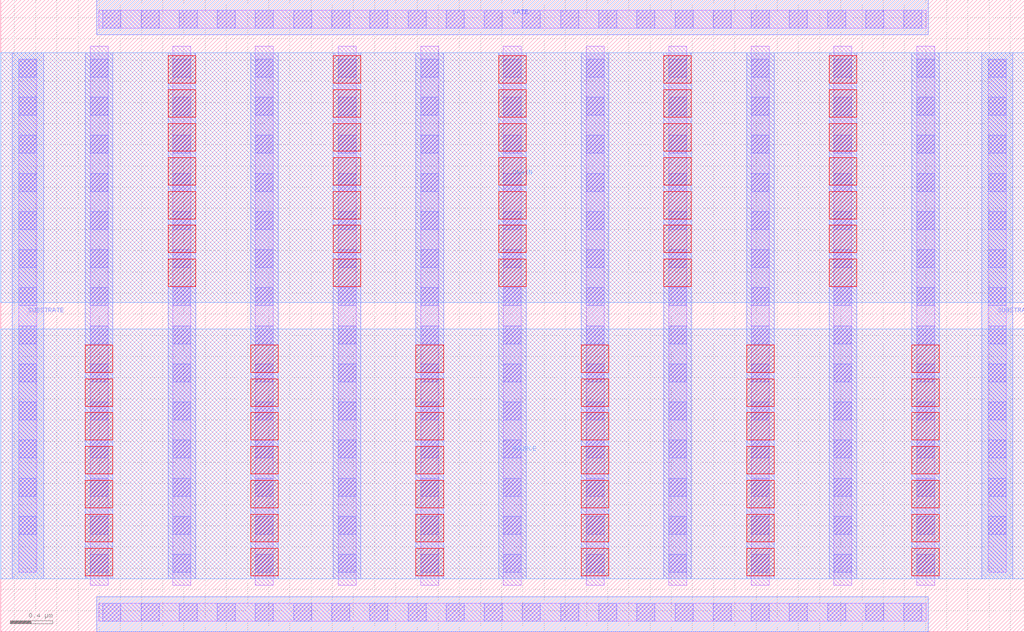
<source format=lef>
# Copyright 2020 The SkyWater PDK Authors
#
# Licensed under the Apache License, Version 2.0 (the "License");
# you may not use this file except in compliance with the License.
# You may obtain a copy of the License at
#
#     https://www.apache.org/licenses/LICENSE-2.0
#
# Unless required by applicable law or agreed to in writing, software
# distributed under the License is distributed on an "AS IS" BASIS,
# WITHOUT WARRANTIES OR CONDITIONS OF ANY KIND, either express or implied.
# See the License for the specific language governing permissions and
# limitations under the License.
#
# SPDX-License-Identifier: Apache-2.0

VERSION 5.7 ;
  NOWIREEXTENSIONATPIN ON ;
  DIVIDERCHAR "/" ;
  BUSBITCHARS "[]" ;
MACRO sky130_fd_pr__rf_nfet_g5v0d10v5_aM10W5p00L0p50
  CLASS BLOCK ;
  FOREIGN sky130_fd_pr__rf_nfet_g5v0d10v5_aM10W5p00L0p50 ;
  ORIGIN -0.070000  0.000000 ;
  SIZE  9.660000 BY  5.970000 ;
  PIN DRAIN
    ANTENNADIFFAREA  7.070000 ;
    PORT
      LAYER met2 ;
        RECT 0.070000 3.110000 9.730000 5.470000 ;
    END
  END DRAIN
  PIN GATE
    ANTENNAGATEAREA  25.25000 ;
    PORT
      LAYER met1 ;
        RECT 0.975000 0.000000 8.825000 0.330000 ;
        RECT 0.975000 5.640000 8.825000 5.970000 ;
    END
  END GATE
  PIN SOURCE
    ANTENNADIFFAREA  8.484000 ;
    PORT
      LAYER met2 ;
        RECT 0.070000 0.500000 9.730000 2.860000 ;
    END
  END SOURCE
  PIN SUBSTRATE
    ANTENNADIFFAREA  1.464500 ;
    PORT
      LAYER met1 ;
        RECT 0.180000 0.500000 0.475000 5.470000 ;
    END
    PORT
      LAYER met1 ;
        RECT 9.330000 0.500000 9.625000 5.470000 ;
    END
  END SUBSTRATE
  OBS
    LAYER li1 ;
      RECT 0.240000 0.560000 0.410000 5.410000 ;
      RECT 0.915000 0.440000 1.085000 5.530000 ;
      RECT 0.995000 0.100000 8.805000 0.270000 ;
      RECT 0.995000 5.700000 8.805000 5.870000 ;
      RECT 1.695000 0.440000 1.865000 5.530000 ;
      RECT 2.475000 0.440000 2.645000 5.530000 ;
      RECT 3.255000 0.440000 3.425000 5.530000 ;
      RECT 4.035000 0.440000 4.205000 5.530000 ;
      RECT 4.815000 0.440000 4.985000 5.530000 ;
      RECT 5.595000 0.440000 5.765000 5.530000 ;
      RECT 6.375000 0.440000 6.545000 5.530000 ;
      RECT 7.155000 0.440000 7.325000 5.530000 ;
      RECT 7.935000 0.440000 8.105000 5.530000 ;
      RECT 8.715000 0.440000 8.885000 5.530000 ;
      RECT 9.390000 0.560000 9.560000 5.410000 ;
    LAYER mcon ;
      RECT 0.240000 0.920000 0.410000 1.090000 ;
      RECT 0.240000 1.280000 0.410000 1.450000 ;
      RECT 0.240000 1.640000 0.410000 1.810000 ;
      RECT 0.240000 2.000000 0.410000 2.170000 ;
      RECT 0.240000 2.360000 0.410000 2.530000 ;
      RECT 0.240000 2.720000 0.410000 2.890000 ;
      RECT 0.240000 3.080000 0.410000 3.250000 ;
      RECT 0.240000 3.440000 0.410000 3.610000 ;
      RECT 0.240000 3.800000 0.410000 3.970000 ;
      RECT 0.240000 4.160000 0.410000 4.330000 ;
      RECT 0.240000 4.520000 0.410000 4.690000 ;
      RECT 0.240000 4.880000 0.410000 5.050000 ;
      RECT 0.240000 5.240000 0.410000 5.410000 ;
      RECT 0.915000 0.560000 1.085000 0.730000 ;
      RECT 0.915000 0.920000 1.085000 1.090000 ;
      RECT 0.915000 1.280000 1.085000 1.450000 ;
      RECT 0.915000 1.640000 1.085000 1.810000 ;
      RECT 0.915000 2.000000 1.085000 2.170000 ;
      RECT 0.915000 2.360000 1.085000 2.530000 ;
      RECT 0.915000 2.720000 1.085000 2.890000 ;
      RECT 0.915000 3.080000 1.085000 3.250000 ;
      RECT 0.915000 3.440000 1.085000 3.610000 ;
      RECT 0.915000 3.800000 1.085000 3.970000 ;
      RECT 0.915000 4.160000 1.085000 4.330000 ;
      RECT 0.915000 4.520000 1.085000 4.690000 ;
      RECT 0.915000 4.880000 1.085000 5.050000 ;
      RECT 0.915000 5.240000 1.085000 5.410000 ;
      RECT 1.035000 0.100000 1.205000 0.270000 ;
      RECT 1.035000 5.700000 1.205000 5.870000 ;
      RECT 1.395000 0.100000 1.565000 0.270000 ;
      RECT 1.395000 5.700000 1.565000 5.870000 ;
      RECT 1.695000 0.560000 1.865000 0.730000 ;
      RECT 1.695000 0.920000 1.865000 1.090000 ;
      RECT 1.695000 1.280000 1.865000 1.450000 ;
      RECT 1.695000 1.640000 1.865000 1.810000 ;
      RECT 1.695000 2.000000 1.865000 2.170000 ;
      RECT 1.695000 2.360000 1.865000 2.530000 ;
      RECT 1.695000 2.720000 1.865000 2.890000 ;
      RECT 1.695000 3.080000 1.865000 3.250000 ;
      RECT 1.695000 3.440000 1.865000 3.610000 ;
      RECT 1.695000 3.800000 1.865000 3.970000 ;
      RECT 1.695000 4.160000 1.865000 4.330000 ;
      RECT 1.695000 4.520000 1.865000 4.690000 ;
      RECT 1.695000 4.880000 1.865000 5.050000 ;
      RECT 1.695000 5.240000 1.865000 5.410000 ;
      RECT 1.755000 0.100000 1.925000 0.270000 ;
      RECT 1.755000 5.700000 1.925000 5.870000 ;
      RECT 2.115000 0.100000 2.285000 0.270000 ;
      RECT 2.115000 5.700000 2.285000 5.870000 ;
      RECT 2.475000 0.100000 2.645000 0.270000 ;
      RECT 2.475000 0.560000 2.645000 0.730000 ;
      RECT 2.475000 0.920000 2.645000 1.090000 ;
      RECT 2.475000 1.280000 2.645000 1.450000 ;
      RECT 2.475000 1.640000 2.645000 1.810000 ;
      RECT 2.475000 2.000000 2.645000 2.170000 ;
      RECT 2.475000 2.360000 2.645000 2.530000 ;
      RECT 2.475000 2.720000 2.645000 2.890000 ;
      RECT 2.475000 3.080000 2.645000 3.250000 ;
      RECT 2.475000 3.440000 2.645000 3.610000 ;
      RECT 2.475000 3.800000 2.645000 3.970000 ;
      RECT 2.475000 4.160000 2.645000 4.330000 ;
      RECT 2.475000 4.520000 2.645000 4.690000 ;
      RECT 2.475000 4.880000 2.645000 5.050000 ;
      RECT 2.475000 5.240000 2.645000 5.410000 ;
      RECT 2.475000 5.700000 2.645000 5.870000 ;
      RECT 2.835000 0.100000 3.005000 0.270000 ;
      RECT 2.835000 5.700000 3.005000 5.870000 ;
      RECT 3.195000 0.100000 3.365000 0.270000 ;
      RECT 3.195000 5.700000 3.365000 5.870000 ;
      RECT 3.255000 0.560000 3.425000 0.730000 ;
      RECT 3.255000 0.920000 3.425000 1.090000 ;
      RECT 3.255000 1.280000 3.425000 1.450000 ;
      RECT 3.255000 1.640000 3.425000 1.810000 ;
      RECT 3.255000 2.000000 3.425000 2.170000 ;
      RECT 3.255000 2.360000 3.425000 2.530000 ;
      RECT 3.255000 2.720000 3.425000 2.890000 ;
      RECT 3.255000 3.080000 3.425000 3.250000 ;
      RECT 3.255000 3.440000 3.425000 3.610000 ;
      RECT 3.255000 3.800000 3.425000 3.970000 ;
      RECT 3.255000 4.160000 3.425000 4.330000 ;
      RECT 3.255000 4.520000 3.425000 4.690000 ;
      RECT 3.255000 4.880000 3.425000 5.050000 ;
      RECT 3.255000 5.240000 3.425000 5.410000 ;
      RECT 3.555000 0.100000 3.725000 0.270000 ;
      RECT 3.555000 5.700000 3.725000 5.870000 ;
      RECT 3.915000 0.100000 4.085000 0.270000 ;
      RECT 3.915000 5.700000 4.085000 5.870000 ;
      RECT 4.035000 0.560000 4.205000 0.730000 ;
      RECT 4.035000 0.920000 4.205000 1.090000 ;
      RECT 4.035000 1.280000 4.205000 1.450000 ;
      RECT 4.035000 1.640000 4.205000 1.810000 ;
      RECT 4.035000 2.000000 4.205000 2.170000 ;
      RECT 4.035000 2.360000 4.205000 2.530000 ;
      RECT 4.035000 2.720000 4.205000 2.890000 ;
      RECT 4.035000 3.080000 4.205000 3.250000 ;
      RECT 4.035000 3.440000 4.205000 3.610000 ;
      RECT 4.035000 3.800000 4.205000 3.970000 ;
      RECT 4.035000 4.160000 4.205000 4.330000 ;
      RECT 4.035000 4.520000 4.205000 4.690000 ;
      RECT 4.035000 4.880000 4.205000 5.050000 ;
      RECT 4.035000 5.240000 4.205000 5.410000 ;
      RECT 4.275000 0.100000 4.445000 0.270000 ;
      RECT 4.275000 5.700000 4.445000 5.870000 ;
      RECT 4.635000 0.100000 4.805000 0.270000 ;
      RECT 4.635000 5.700000 4.805000 5.870000 ;
      RECT 4.815000 0.560000 4.985000 0.730000 ;
      RECT 4.815000 0.920000 4.985000 1.090000 ;
      RECT 4.815000 1.280000 4.985000 1.450000 ;
      RECT 4.815000 1.640000 4.985000 1.810000 ;
      RECT 4.815000 2.000000 4.985000 2.170000 ;
      RECT 4.815000 2.360000 4.985000 2.530000 ;
      RECT 4.815000 2.720000 4.985000 2.890000 ;
      RECT 4.815000 3.080000 4.985000 3.250000 ;
      RECT 4.815000 3.440000 4.985000 3.610000 ;
      RECT 4.815000 3.800000 4.985000 3.970000 ;
      RECT 4.815000 4.160000 4.985000 4.330000 ;
      RECT 4.815000 4.520000 4.985000 4.690000 ;
      RECT 4.815000 4.880000 4.985000 5.050000 ;
      RECT 4.815000 5.240000 4.985000 5.410000 ;
      RECT 4.995000 0.100000 5.165000 0.270000 ;
      RECT 4.995000 5.700000 5.165000 5.870000 ;
      RECT 5.355000 0.100000 5.525000 0.270000 ;
      RECT 5.355000 5.700000 5.525000 5.870000 ;
      RECT 5.595000 0.560000 5.765000 0.730000 ;
      RECT 5.595000 0.920000 5.765000 1.090000 ;
      RECT 5.595000 1.280000 5.765000 1.450000 ;
      RECT 5.595000 1.640000 5.765000 1.810000 ;
      RECT 5.595000 2.000000 5.765000 2.170000 ;
      RECT 5.595000 2.360000 5.765000 2.530000 ;
      RECT 5.595000 2.720000 5.765000 2.890000 ;
      RECT 5.595000 3.080000 5.765000 3.250000 ;
      RECT 5.595000 3.440000 5.765000 3.610000 ;
      RECT 5.595000 3.800000 5.765000 3.970000 ;
      RECT 5.595000 4.160000 5.765000 4.330000 ;
      RECT 5.595000 4.520000 5.765000 4.690000 ;
      RECT 5.595000 4.880000 5.765000 5.050000 ;
      RECT 5.595000 5.240000 5.765000 5.410000 ;
      RECT 5.715000 0.100000 5.885000 0.270000 ;
      RECT 5.715000 5.700000 5.885000 5.870000 ;
      RECT 6.075000 0.100000 6.245000 0.270000 ;
      RECT 6.075000 5.700000 6.245000 5.870000 ;
      RECT 6.375000 0.560000 6.545000 0.730000 ;
      RECT 6.375000 0.920000 6.545000 1.090000 ;
      RECT 6.375000 1.280000 6.545000 1.450000 ;
      RECT 6.375000 1.640000 6.545000 1.810000 ;
      RECT 6.375000 2.000000 6.545000 2.170000 ;
      RECT 6.375000 2.360000 6.545000 2.530000 ;
      RECT 6.375000 2.720000 6.545000 2.890000 ;
      RECT 6.375000 3.080000 6.545000 3.250000 ;
      RECT 6.375000 3.440000 6.545000 3.610000 ;
      RECT 6.375000 3.800000 6.545000 3.970000 ;
      RECT 6.375000 4.160000 6.545000 4.330000 ;
      RECT 6.375000 4.520000 6.545000 4.690000 ;
      RECT 6.375000 4.880000 6.545000 5.050000 ;
      RECT 6.375000 5.240000 6.545000 5.410000 ;
      RECT 6.435000 0.100000 6.605000 0.270000 ;
      RECT 6.435000 5.700000 6.605000 5.870000 ;
      RECT 6.795000 0.100000 6.965000 0.270000 ;
      RECT 6.795000 5.700000 6.965000 5.870000 ;
      RECT 7.155000 0.100000 7.325000 0.270000 ;
      RECT 7.155000 0.560000 7.325000 0.730000 ;
      RECT 7.155000 0.920000 7.325000 1.090000 ;
      RECT 7.155000 1.280000 7.325000 1.450000 ;
      RECT 7.155000 1.640000 7.325000 1.810000 ;
      RECT 7.155000 2.000000 7.325000 2.170000 ;
      RECT 7.155000 2.360000 7.325000 2.530000 ;
      RECT 7.155000 2.720000 7.325000 2.890000 ;
      RECT 7.155000 3.080000 7.325000 3.250000 ;
      RECT 7.155000 3.440000 7.325000 3.610000 ;
      RECT 7.155000 3.800000 7.325000 3.970000 ;
      RECT 7.155000 4.160000 7.325000 4.330000 ;
      RECT 7.155000 4.520000 7.325000 4.690000 ;
      RECT 7.155000 4.880000 7.325000 5.050000 ;
      RECT 7.155000 5.240000 7.325000 5.410000 ;
      RECT 7.155000 5.700000 7.325000 5.870000 ;
      RECT 7.515000 0.100000 7.685000 0.270000 ;
      RECT 7.515000 5.700000 7.685000 5.870000 ;
      RECT 7.875000 0.100000 8.045000 0.270000 ;
      RECT 7.875000 5.700000 8.045000 5.870000 ;
      RECT 7.935000 0.560000 8.105000 0.730000 ;
      RECT 7.935000 0.920000 8.105000 1.090000 ;
      RECT 7.935000 1.280000 8.105000 1.450000 ;
      RECT 7.935000 1.640000 8.105000 1.810000 ;
      RECT 7.935000 2.000000 8.105000 2.170000 ;
      RECT 7.935000 2.360000 8.105000 2.530000 ;
      RECT 7.935000 2.720000 8.105000 2.890000 ;
      RECT 7.935000 3.080000 8.105000 3.250000 ;
      RECT 7.935000 3.440000 8.105000 3.610000 ;
      RECT 7.935000 3.800000 8.105000 3.970000 ;
      RECT 7.935000 4.160000 8.105000 4.330000 ;
      RECT 7.935000 4.520000 8.105000 4.690000 ;
      RECT 7.935000 4.880000 8.105000 5.050000 ;
      RECT 7.935000 5.240000 8.105000 5.410000 ;
      RECT 8.235000 0.100000 8.405000 0.270000 ;
      RECT 8.235000 5.700000 8.405000 5.870000 ;
      RECT 8.595000 0.100000 8.765000 0.270000 ;
      RECT 8.595000 5.700000 8.765000 5.870000 ;
      RECT 8.715000 0.560000 8.885000 0.730000 ;
      RECT 8.715000 0.920000 8.885000 1.090000 ;
      RECT 8.715000 1.280000 8.885000 1.450000 ;
      RECT 8.715000 1.640000 8.885000 1.810000 ;
      RECT 8.715000 2.000000 8.885000 2.170000 ;
      RECT 8.715000 2.360000 8.885000 2.530000 ;
      RECT 8.715000 2.720000 8.885000 2.890000 ;
      RECT 8.715000 3.080000 8.885000 3.250000 ;
      RECT 8.715000 3.440000 8.885000 3.610000 ;
      RECT 8.715000 3.800000 8.885000 3.970000 ;
      RECT 8.715000 4.160000 8.885000 4.330000 ;
      RECT 8.715000 4.520000 8.885000 4.690000 ;
      RECT 8.715000 4.880000 8.885000 5.050000 ;
      RECT 8.715000 5.240000 8.885000 5.410000 ;
      RECT 9.390000 0.920000 9.560000 1.090000 ;
      RECT 9.390000 1.280000 9.560000 1.450000 ;
      RECT 9.390000 1.640000 9.560000 1.810000 ;
      RECT 9.390000 2.000000 9.560000 2.170000 ;
      RECT 9.390000 2.360000 9.560000 2.530000 ;
      RECT 9.390000 2.720000 9.560000 2.890000 ;
      RECT 9.390000 3.080000 9.560000 3.250000 ;
      RECT 9.390000 3.440000 9.560000 3.610000 ;
      RECT 9.390000 3.800000 9.560000 3.970000 ;
      RECT 9.390000 4.160000 9.560000 4.330000 ;
      RECT 9.390000 4.520000 9.560000 4.690000 ;
      RECT 9.390000 4.880000 9.560000 5.050000 ;
      RECT 9.390000 5.240000 9.560000 5.410000 ;
    LAYER met1 ;
      RECT 0.870000 0.500000 1.130000 5.470000 ;
      RECT 1.650000 0.500000 1.910000 5.470000 ;
      RECT 2.430000 0.500000 2.690000 5.470000 ;
      RECT 3.210000 0.500000 3.470000 5.470000 ;
      RECT 3.990000 0.500000 4.250000 5.470000 ;
      RECT 4.770000 0.500000 5.030000 5.470000 ;
      RECT 5.550000 0.500000 5.810000 5.470000 ;
      RECT 6.330000 0.500000 6.590000 5.470000 ;
      RECT 7.110000 0.500000 7.370000 5.470000 ;
      RECT 7.890000 0.500000 8.150000 5.470000 ;
      RECT 8.670000 0.500000 8.930000 5.470000 ;
    LAYER via ;
      RECT 0.870000 0.530000 1.130000 0.790000 ;
      RECT 0.870000 0.850000 1.130000 1.110000 ;
      RECT 0.870000 1.170000 1.130000 1.430000 ;
      RECT 0.870000 1.490000 1.130000 1.750000 ;
      RECT 0.870000 1.810000 1.130000 2.070000 ;
      RECT 0.870000 2.130000 1.130000 2.390000 ;
      RECT 0.870000 2.450000 1.130000 2.710000 ;
      RECT 1.650000 3.260000 1.910000 3.520000 ;
      RECT 1.650000 3.580000 1.910000 3.840000 ;
      RECT 1.650000 3.900000 1.910000 4.160000 ;
      RECT 1.650000 4.220000 1.910000 4.480000 ;
      RECT 1.650000 4.540000 1.910000 4.800000 ;
      RECT 1.650000 4.860000 1.910000 5.120000 ;
      RECT 1.650000 5.180000 1.910000 5.440000 ;
      RECT 2.430000 0.530000 2.690000 0.790000 ;
      RECT 2.430000 0.850000 2.690000 1.110000 ;
      RECT 2.430000 1.170000 2.690000 1.430000 ;
      RECT 2.430000 1.490000 2.690000 1.750000 ;
      RECT 2.430000 1.810000 2.690000 2.070000 ;
      RECT 2.430000 2.130000 2.690000 2.390000 ;
      RECT 2.430000 2.450000 2.690000 2.710000 ;
      RECT 3.210000 3.260000 3.470000 3.520000 ;
      RECT 3.210000 3.580000 3.470000 3.840000 ;
      RECT 3.210000 3.900000 3.470000 4.160000 ;
      RECT 3.210000 4.220000 3.470000 4.480000 ;
      RECT 3.210000 4.540000 3.470000 4.800000 ;
      RECT 3.210000 4.860000 3.470000 5.120000 ;
      RECT 3.210000 5.180000 3.470000 5.440000 ;
      RECT 3.990000 0.530000 4.250000 0.790000 ;
      RECT 3.990000 0.850000 4.250000 1.110000 ;
      RECT 3.990000 1.170000 4.250000 1.430000 ;
      RECT 3.990000 1.490000 4.250000 1.750000 ;
      RECT 3.990000 1.810000 4.250000 2.070000 ;
      RECT 3.990000 2.130000 4.250000 2.390000 ;
      RECT 3.990000 2.450000 4.250000 2.710000 ;
      RECT 4.770000 3.260000 5.030000 3.520000 ;
      RECT 4.770000 3.580000 5.030000 3.840000 ;
      RECT 4.770000 3.900000 5.030000 4.160000 ;
      RECT 4.770000 4.220000 5.030000 4.480000 ;
      RECT 4.770000 4.540000 5.030000 4.800000 ;
      RECT 4.770000 4.860000 5.030000 5.120000 ;
      RECT 4.770000 5.180000 5.030000 5.440000 ;
      RECT 5.550000 0.530000 5.810000 0.790000 ;
      RECT 5.550000 0.850000 5.810000 1.110000 ;
      RECT 5.550000 1.170000 5.810000 1.430000 ;
      RECT 5.550000 1.490000 5.810000 1.750000 ;
      RECT 5.550000 1.810000 5.810000 2.070000 ;
      RECT 5.550000 2.130000 5.810000 2.390000 ;
      RECT 5.550000 2.450000 5.810000 2.710000 ;
      RECT 6.330000 3.260000 6.590000 3.520000 ;
      RECT 6.330000 3.580000 6.590000 3.840000 ;
      RECT 6.330000 3.900000 6.590000 4.160000 ;
      RECT 6.330000 4.220000 6.590000 4.480000 ;
      RECT 6.330000 4.540000 6.590000 4.800000 ;
      RECT 6.330000 4.860000 6.590000 5.120000 ;
      RECT 6.330000 5.180000 6.590000 5.440000 ;
      RECT 7.110000 0.530000 7.370000 0.790000 ;
      RECT 7.110000 0.850000 7.370000 1.110000 ;
      RECT 7.110000 1.170000 7.370000 1.430000 ;
      RECT 7.110000 1.490000 7.370000 1.750000 ;
      RECT 7.110000 1.810000 7.370000 2.070000 ;
      RECT 7.110000 2.130000 7.370000 2.390000 ;
      RECT 7.110000 2.450000 7.370000 2.710000 ;
      RECT 7.890000 3.260000 8.150000 3.520000 ;
      RECT 7.890000 3.580000 8.150000 3.840000 ;
      RECT 7.890000 3.900000 8.150000 4.160000 ;
      RECT 7.890000 4.220000 8.150000 4.480000 ;
      RECT 7.890000 4.540000 8.150000 4.800000 ;
      RECT 7.890000 4.860000 8.150000 5.120000 ;
      RECT 7.890000 5.180000 8.150000 5.440000 ;
      RECT 8.670000 0.530000 8.930000 0.790000 ;
      RECT 8.670000 0.850000 8.930000 1.110000 ;
      RECT 8.670000 1.170000 8.930000 1.430000 ;
      RECT 8.670000 1.490000 8.930000 1.750000 ;
      RECT 8.670000 1.810000 8.930000 2.070000 ;
      RECT 8.670000 2.130000 8.930000 2.390000 ;
      RECT 8.670000 2.450000 8.930000 2.710000 ;
  END
END sky130_fd_pr__rf_nfet_g5v0d10v5_aM10W5p00L0p50
END LIBRARY

</source>
